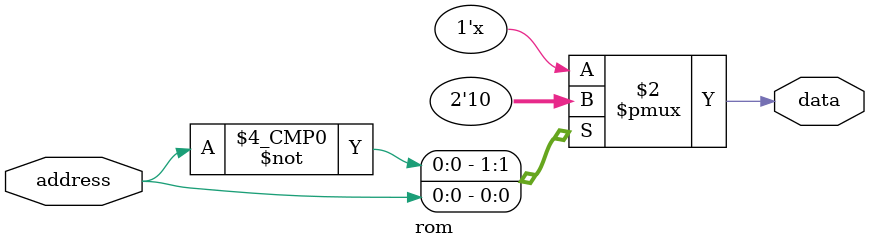
<source format=sv>
module rom (
    input   logic   address,
    output  logic   data
);
    always_comb begin
        case (address)
            1'b0: data = 1'b1; // NOT
            1'b1: data = 1'b0; // NOP
        endcase
    end
endmodule

</source>
